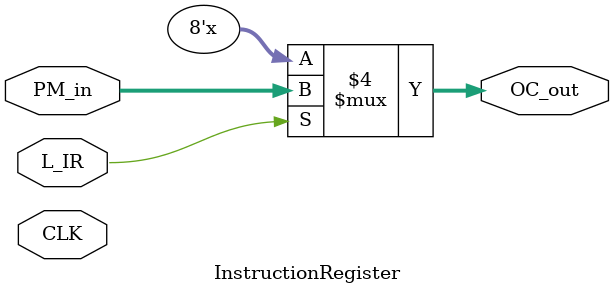
<source format=v>
`timescale 1ns / 1ps

module InstructionRegister(
    input             CLK,
    input             L_IR,
    input       [7:0] PM_in,
    output reg  [7:0] OC_out
    );
    
    initial     OC_out = 8'h00;

    always @(*)
    begin
        if(L_IR)
            OC_out = PM_in;
    end
endmodule

</source>
